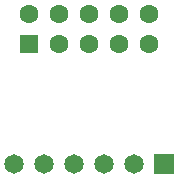
<source format=gts>
%FSLAX33Y33*%
%MOMM*%
%AMRect-W1600000-H1600000-RO1.500*
21,1,1.6,1.6,0.,0.,90*%
%AMRect-W1650000-H1650000-RO0.500*
21,1,1.65,1.65,0.,0.,270*%
%ADD10C,1.6*%
%ADD11Rect-W1600000-H1600000-RO1.500*%
%ADD12C,1.65*%
%ADD13Rect-W1650000-H1650000-RO0.500*%
D10*
%LNtop solder mask_traces*%
%LNtop solder mask component f98de3a3528428db*%
G01*
X6350Y15240D03*
X8890Y15240D03*
X11430Y15240D03*
X13970Y15240D03*
X3810Y17780D03*
X6350Y17780D03*
X8890Y17780D03*
X11430Y17780D03*
X13970Y17780D03*
D11*
X3810Y15240D03*
%LNtop solder mask component 9df862e34fc6b5e4*%
D12*
X12700Y5080D03*
X10160Y5080D03*
X7620Y5080D03*
X5080Y5080D03*
X2540Y5080D03*
D13*
X15240Y5080D03*
M02*
</source>
